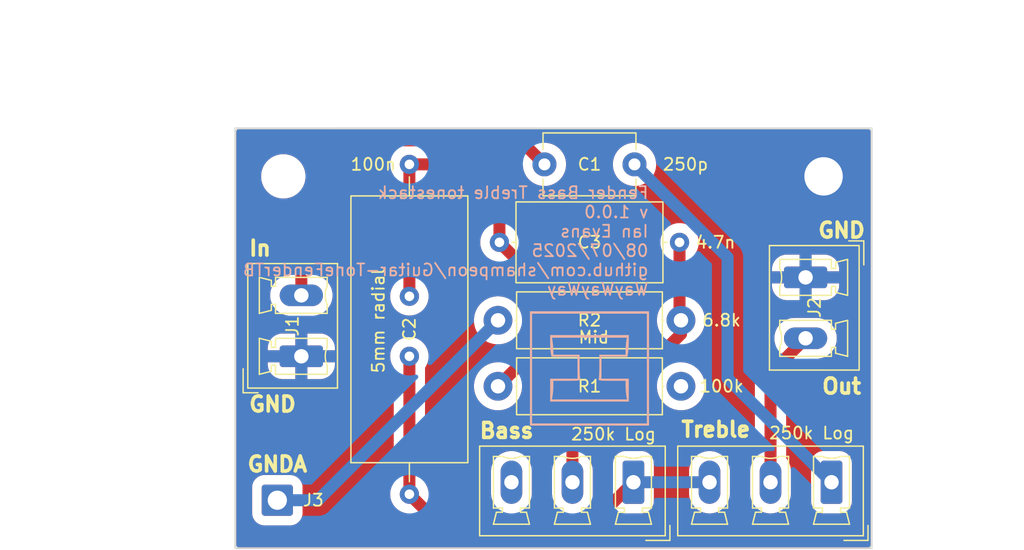
<source format=kicad_pcb>
(kicad_pcb (version 20241229) (generator "pcbnew") (generator_version "9.0")
  (layers (0 "F.Cu" signal) (2 "B.Cu" signal) (13 "F.Paste" user) (15 "B.Paste" user) (5 "F.SilkS" user "F.Silkscreen") (7 "B.SilkS" user "B.Silkscreen") (1 "F.Mask" user) (3 "B.Mask" user) (25 "Edge.Cuts" user))
  (net 0 "")
  (net 1 "Net-(C1-Pad1)")
  (net 2 "Net-(C1-Pad2)")
  (net 3 "GNDA")
  (net 4 "GND")
  (net 5 "Net-(J2-Pad2)")
  (net 6 "Net-(C2-Pad2)")
  (net 7 "Net-(C2-Pad1)")
  (net 8 "Net-(C3-Pad2)")
  (footprint "Connector_Phoenix_MC_HighVoltage:PhoenixContact_MCV_1,5_2-G-5.08_1x02_P5.08mm_Vertical" (layer "F.Cu") (at 165.5 116 90)
    (property "Reference" "J1" (at 2.5225 -0.7425 90) (layer "F.SilkS"))
    (property "Value" "Screw_Terminal_1x02")
    (fp_line (start -3.04 -4.85) (end -1.04 -4.85) (stroke (width 0.12)) (layer "F.SilkS"))
    (fp_line (start 7.73 -4.46) (end -2.65 -4.46) (stroke (width 0.12)) (layer "F.SilkS"))
    (fp_line (start -2.65 -4.46) (end -2.65 3.01) (stroke (width 0.12)) (layer "F.SilkS"))
    (fp_line (start -3.04 -3.6) (end -3.04 -4.85) (stroke (width 0.12)) (layer "F.SilkS"))
    (fp_line (start 6.58 -3.5) (end 6.33 -2.5) (stroke (width 0.12)) (layer "F.SilkS"))
    (fp_line (start 3.58 -3.5) (end 6.58 -3.5) (stroke (width 0.12)) (layer "F.SilkS"))
    (fp_line (start 1.5 -3.5) (end 1.25 -2.5) (stroke (width 0.12)) (layer "F.SilkS"))
    (fp_line (start -1.5 -3.5) (end 1.5 -3.5) (stroke (width 0.12)) (layer "F.SilkS"))
    (fp_line (start 6.33 -2.5) (end 5.83 -2.5) (stroke (width 0.12)) (layer "F.SilkS"))
    (fp_line (start 5.83 -2.5) (end 5.83 -2.15) (stroke (width 0.12)) (layer "F.SilkS"))
    (fp_line (start 4.33 -2.5) (end 3.83 -2.5) (stroke (width 0.12)) (layer "F.SilkS"))
    (fp_line (start 3.83 -2.5) (end 3.58 -3.5) (stroke (width 0.12)) (layer "F.SilkS"))
    (fp_line (start 1.25 -2.5) (end 0.75 -2.5) (stroke (width 0.12)) (layer "F.SilkS"))
    (fp_line (start 0.75 -2.5) (end 0.75 -2.15) (stroke (width 0.12)) (layer "F.SilkS"))
    (fp_line (start -0.75 -2.5) (end -1.25 -2.5) (stroke (width 0.12)) (layer "F.SilkS"))
    (fp_line (start -1.25 -2.5) (end -1.5 -3.5) (stroke (width 0.12)) (layer "F.SilkS"))
    (fp_line (start 6.58 -2.15) (end 6.58 2.15) (stroke (width 0.12)) (layer "F.SilkS"))
    (fp_line (start 5.83 -2.15) (end 6.58 -2.15) (stroke (width 0.12)) (layer "F.SilkS"))
    (fp_line (start 4.33 -2.15) (end 4.33 -2.5) (stroke (width 0.12)) (layer "F.SilkS"))
    (fp_line (start 3.58 -2.15) (end 4.33 -2.15) (stroke (width 0.12)) (layer "F.SilkS"))
    (fp_line (start 1.5 -2.15) (end 1.5 2.15) (stroke (width 0.12)) (layer "F.SilkS"))
    (fp_line (start 0.75 -2.15) (end 1.5 -2.15) (stroke (width 0.12)) (layer "F.SilkS"))
    (fp_line (start -0.75 -2.15) (end -0.75 -2.5) (stroke (width 0.12)) (layer "F.SilkS"))
    (fp_line (start -1.5 -2.15) (end -0.75 -2.15) (stroke (width 0.12)) (layer "F.SilkS"))
    (fp_line (start 6.58 2.15) (end 5.83 2.15) (stroke (width 0.12)) (layer "F.SilkS"))
    (fp_line (start 4.33 2.15) (end 3.58 2.15) (stroke (width 0.12)) (layer "F.SilkS"))
    (fp_line (start 3.58 2.15) (end 3.58 -2.15) (stroke (width 0.12)) (layer "F.SilkS"))
    (fp_line (start 1.5 2.15) (end 0.75 2.15) (stroke (width 0.12)) (layer "F.SilkS"))
    (fp_line (start -0.75 2.15) (end -1.5 2.15) (stroke (width 0.12)) (layer "F.SilkS"))
    (fp_line (start -1.5 2.15) (end -1.5 -2.15) (stroke (width 0.12)) (layer "F.SilkS"))
    (fp_line (start 7.73 3.01) (end 7.73 -4.46) (stroke (width 0.12)) (layer "F.SilkS"))
    (fp_line (start -2.65 3.01) (end 7.73 3.01) (stroke (width 0.12)) (layer "F.SilkS"))
    (fp_arc (start 4.33 2.15) (mid 5.079807 1.99191) (end 5.829647 2.149844) (stroke (width 0.12)) (layer "F.SilkS"))
    (fp_arc (start -0.75 2.15) (mid -0.000193 1.99191) (end 0.749647 2.149844) (stroke (width 0.12)) (layer "F.SilkS"))
    (pad "1" thru_hole roundrect (at 0 0 90) (size 1.8 3.6) (drill 1.2) (layers "*.Cu" "*.Mask") (roundrect_rratio 0.138889) (net 4 "GND"))
    (pad "2" thru_hole oval (at 5.08 0 90) (size 1.8 3.6) (drill 1.2) (layers "*.Cu" "*.Mask") (net 1 "Net-(C1-Pad1)"))
  )
  (footprint "Connector_Phoenix_MC_HighVoltage:PhoenixContact_MCV_1,5_2-G-5.08_1x02_P5.08mm_Vertical" (layer "F.Cu") (at 207.5 109.42 -90)
    (property "Reference" "J2" (at 2.5225 -0.7425 270) (layer "F.SilkS"))
    (property "Value" "Screw_Terminal_1x02")
    (fp_line (start -2.65 3.01) (end 7.73 3.01) (stroke (width 0.12)) (layer "F.SilkS"))
    (fp_line (start 7.73 3.01) (end 7.73 -4.46) (stroke (width 0.12)) (layer "F.SilkS"))
    (fp_line (start -1.5 2.15) (end -1.5 -2.15) (stroke (width 0.12)) (layer "F.SilkS"))
    (fp_line (start -0.75 2.15) (end -1.5 2.15) (stroke (width 0.12)) (layer "F.SilkS"))
    (fp_line (start 1.5 2.15) (end 0.75 2.15) (stroke (width 0.12)) (layer "F.SilkS"))
    (fp_line (start 3.58 2.15) (end 3.58 -2.15) (stroke (width 0.12)) (layer "F.SilkS"))
    (fp_line (start 4.33 2.15) (end 3.58 2.15) (stroke (width 0.12)) (layer "F.SilkS"))
    (fp_line (start 6.58 2.15) (end 5.83 2.15) (stroke (width 0.12)) (layer "F.SilkS"))
    (fp_line (start -1.5 -2.15) (end -0.75 -2.15) (stroke (width 0.12)) (layer "F.SilkS"))
    (fp_line (start -0.75 -2.15) (end -0.75 -2.5) (stroke (width 0.12)) (layer "F.SilkS"))
    (fp_line (start 0.75 -2.15) (end 1.5 -2.15) (stroke (width 0.12)) (layer "F.SilkS"))
    (fp_line (start 1.5 -2.15) (end 1.5 2.15) (stroke (width 0.12)) (layer "F.SilkS"))
    (fp_line (start 3.58 -2.15) (end 4.33 -2.15) (stroke (width 0.12)) (layer "F.SilkS"))
    (fp_line (start 4.33 -2.15) (end 4.33 -2.5) (stroke (width 0.12)) (layer "F.SilkS"))
    (fp_line (start 5.83 -2.15) (end 6.58 -2.15) (stroke (width 0.12)) (layer "F.SilkS"))
    (fp_line (start 6.58 -2.15) (end 6.58 2.15) (stroke (width 0.12)) (layer "F.SilkS"))
    (fp_line (start -1.25 -2.5) (end -1.5 -3.5) (stroke (width 0.12)) (layer "F.SilkS"))
    (fp_line (start -0.75 -2.5) (end -1.25 -2.5) (stroke (width 0.12)) (layer "F.SilkS"))
    (fp_line (start 0.75 -2.5) (end 0.75 -2.15) (stroke (width 0.12)) (layer "F.SilkS"))
    (fp_line (start 1.25 -2.5) (end 0.75 -2.5) (stroke (width 0.12)) (layer "F.SilkS"))
    (fp_line (start 3.83 -2.5) (end 3.58 -3.5) (stroke (width 0.12)) (layer "F.SilkS"))
    (fp_line (start 4.33 -2.5) (end 3.83 -2.5) (stroke (width 0.12)) (layer "F.SilkS"))
    (fp_line (start 5.83 -2.5) (end 5.83 -2.15) (stroke (width 0.12)) (layer "F.SilkS"))
    (fp_line (start 6.33 -2.5) (end 5.83 -2.5) (stroke (width 0.12)) (layer "F.SilkS"))
    (fp_line (start -1.5 -3.5) (end 1.5 -3.5) (stroke (width 0.12)) (layer "F.SilkS"))
    (fp_line (start 1.5 -3.5) (end 1.25 -2.5) (stroke (width 0.12)) (layer "F.SilkS"))
    (fp_line (start 3.58 -3.5) (end 6.58 -3.5) (stroke (width 0.12)) (layer "F.SilkS"))
    (fp_line (start 6.58 -3.5) (end 6.33 -2.5) (stroke (width 0.12)) (layer "F.SilkS"))
    (fp_line (start -3.04 -3.6) (end -3.04 -4.85) (stroke (width 0.12)) (layer "F.SilkS"))
    (fp_line (start -2.65 -4.46) (end -2.65 3.01) (stroke (width 0.12)) (layer "F.SilkS"))
    (fp_line (start 7.73 -4.46) (end -2.65 -4.46) (stroke (width 0.12)) (layer "F.SilkS"))
    (fp_line (start -3.04 -4.85) (end -1.04 -4.85) (stroke (width 0.12)) (layer "F.SilkS"))
    (fp_arc (start -0.75 2.15) (mid -0.000193 1.99191) (end 0.749647 2.149844) (stroke (width 0.12)) (layer "F.SilkS"))
    (fp_arc (start 4.33 2.15) (mid 5.079807 1.99191) (end 5.829647 2.149844) (stroke (width 0.12)) (layer "F.SilkS"))
    (pad "1" thru_hole roundrect (at 0 0 270) (size 1.8 3.6) (drill 1.2) (layers "*.Cu" "*.Mask") (roundrect_rratio 0.138889) (net 4 "GND"))
    (pad "2" thru_hole oval (at 5.08 0 270) (size 1.8 3.6) (drill 1.2) (layers "*.Cu" "*.Mask") (net 5 "Net-(J2-Pad2)"))
  )
  (footprint "Resistor_THT:R_Axial_DIN0414_L11.9mm_D4.5mm_P15.24mm_Horizontal" (layer "F.Cu") (at 197.12 118.5 180)
    (property "Reference" "R1" (at 7.62 0 0) (layer "F.SilkS"))
    (property "Value" "100k" (at -3.38 0 0) (layer "F.SilkS"))
    (fp_line (start 13.8 0) (end 13.69 0) (stroke (width 0.12)) (layer "F.SilkS"))
    (fp_line (start 1.44 0) (end 1.55 0) (stroke (width 0.12)) (layer "F.SilkS"))
    (fp_rect (start 1.55 -2.37) (end 13.69 2.37) (stroke (width 0.12)) (fill no) (layer "F.SilkS"))
    (pad "1" thru_hole circle (at 0 0 180) (size 2.4 2.4) (drill 1.2) (layers "*.Cu" "*.Mask"))
    (pad "2" thru_hole circle (at 15.24 0 180) (size 2.4 2.4) (drill 1.2) (layers "*.Cu" "*.Mask") (net 6 "Net-(C2-Pad2)"))
  )
  (footprint "Connector_Wire:SolderWire-0.75sqmm_1x01_D1.25mm_OD2.3mm" (layer "F.Cu") (at 163.5 128)
    (property "Reference" "J3" (at 3 0 0) (layer "F.SilkS"))
    (property "Value" "Screw_Terminal_1x01")
    (pad "1" thru_hole roundrect (at 0 0) (size 2.6 2.6) (drill 1.6) (layers "*.Cu" "*.Mask") (roundrect_rratio 0.096154) (net 3 "GNDA"))
  )
  (footprint "Capacitor_THT:C_Disc_D7.5mm_W5.0mm_P7.50mm" (layer "F.Cu") (at 185.75 100)
    (property "Reference" "C1" (at 3.75 0 0) (layer "F.SilkS"))
    (property "Value" "250p" (at 11.75 0 0) (layer "F.SilkS"))
    (fp_line (start -0.12 -2.62) (end 7.62 -2.62) (stroke (width 0.12)) (layer "F.SilkS"))
    (fp_line (start -0.12 -1.234) (end -0.12 -2.62) (stroke (width 0.12)) (layer "F.SilkS"))
    (fp_line (start -0.12 2.62) (end -0.12 1.234) (stroke (width 0.12)) (layer "F.SilkS"))
    (fp_line (start 7.62 -2.62) (end 7.62 -1.234) (stroke (width 0.12)) (layer "F.SilkS"))
    (fp_line (start 7.62 1.234) (end 7.62 2.62) (stroke (width 0.12)) (layer "F.SilkS"))
    (fp_line (start 7.62 2.62) (end -0.12 2.62) (stroke (width 0.12)) (layer "F.SilkS"))
    (pad "1" thru_hole circle (at 0 0) (size 2 2) (drill 1) (layers "*.Cu" "*.Mask") (net 1 "Net-(C1-Pad1)"))
    (pad "2" thru_hole circle (at 7.5 0) (size 2 2) (drill 1) (layers "*.Cu" "*.Mask") (net 2 "Net-(C1-Pad2)"))
  )
  (footprint "Capacitor_THT:C_Axial_L22.0mm_D9.5mm_P27.50mm_Horizontal" (layer "F.Cu") (at 174.5 127.5 90)
    (property "Reference" "C2" (at 13.75 0 90) (layer "F.SilkS"))
    (property "Value" "100n" (at 27.5 -3 180) (layer "F.SilkS"))
    (fp_line (start 26.46 0) (end 24.87 0) (stroke (width 0.12)) (layer "F.SilkS"))
    (fp_line (start 1.04 0) (end 2.63 0) (stroke (width 0.12)) (layer "F.SilkS"))
    (fp_rect (start 2.63 -4.87) (end 24.87 4.87) (stroke (width 0.12)) (fill no) (layer "F.SilkS"))
    (pad "1" thru_hole circle (at 0 0 90) (size 1.6 1.6) (drill 0.8) (layers "*.Cu" "*.Mask") (net 7 "Net-(C2-Pad1)"))
    (pad "2" thru_hole circle (at 27.5 0 90) (size 1.6 1.6) (drill 0.8) (layers "*.Cu" "*.Mask") (net 6 "Net-(C2-Pad2)"))
  )
  (footprint "Connector_Phoenix_MC_HighVoltage:PhoenixContact_MCV_1,5_3-G-5.08_1x03_P5.08mm_Vertical" (layer "F.Cu") (at 209.66 126.5 180)
    (property "Reference" "RV1" (hide yes))
    (property "Value" "250k Log" (at 1.66 4.1 0) (layer "F.SilkS"))
    (fp_line (start 12.81 3.01) (end 12.81 -4.46) (stroke (width 0.12)) (layer "F.SilkS"))
    (fp_line (start 12.81 -4.46) (end -2.65 -4.46) (stroke (width 0.12)) (layer "F.SilkS"))
    (fp_line (start 11.66 2.15) (end 10.91 2.15) (stroke (width 0.12)) (layer "F.SilkS"))
    (fp_line (start 11.66 -2.15) (end 11.66 2.15) (stroke (width 0.12)) (layer "F.SilkS"))
    (fp_line (start 11.66 -3.5) (end 11.41 -2.5) (stroke (width 0.12)) (layer "F.SilkS"))
    (fp_line (start 11.41 -2.5) (end 10.91 -2.5) (stroke (width 0.12)) (layer "F.SilkS"))
    (fp_line (start 10.91 -2.15) (end 11.66 -2.15) (stroke (width 0.12)) (layer "F.SilkS"))
    (fp_line (start 10.91 -2.5) (end 10.91 -2.15) (stroke (width 0.12)) (layer "F.SilkS"))
    (fp_line (start 9.41 2.15) (end 8.66 2.15) (stroke (width 0.12)) (layer "F.SilkS"))
    (fp_line (start 9.41 -2.15) (end 9.41 -2.5) (stroke (width 0.12)) (layer "F.SilkS"))
    (fp_line (start 9.41 -2.5) (end 8.91 -2.5) (stroke (width 0.12)) (layer "F.SilkS"))
    (fp_line (start 8.91 -2.5) (end 8.66 -3.5) (stroke (width 0.12)) (layer "F.SilkS"))
    (fp_line (start 8.66 2.15) (end 8.66 -2.15) (stroke (width 0.12)) (layer "F.SilkS"))
    (fp_line (start 8.66 -2.15) (end 9.41 -2.15) (stroke (width 0.12)) (layer "F.SilkS"))
    (fp_line (start 8.66 -3.5) (end 11.66 -3.5) (stroke (width 0.12)) (layer "F.SilkS"))
    (fp_line (start 6.58 2.15) (end 5.83 2.15) (stroke (width 0.12)) (layer "F.SilkS"))
    (fp_line (start 6.58 -2.15) (end 6.58 2.15) (stroke (width 0.12)) (layer "F.SilkS"))
    (fp_line (start 6.58 -3.5) (end 6.33 -2.5) (stroke (width 0.12)) (layer "F.SilkS"))
    (fp_line (start 6.33 -2.5) (end 5.83 -2.5) (stroke (width 0.12)) (layer "F.SilkS"))
    (fp_line (start 5.83 -2.15) (end 6.58 -2.15) (stroke (width 0.12)) (layer "F.SilkS"))
    (fp_line (start 5.83 -2.5) (end 5.83 -2.15) (stroke (width 0.12)) (layer "F.SilkS"))
    (fp_line (start 4.33 2.15) (end 3.58 2.15) (stroke (width 0.12)) (layer "F.SilkS"))
    (fp_line (start 4.33 -2.15) (end 4.33 -2.5) (stroke (width 0.12)) (layer "F.SilkS"))
    (fp_line (start 4.33 -2.5) (end 3.83 -2.5) (stroke (width 0.12)) (layer "F.SilkS"))
    (fp_line (start 3.83 -2.5) (end 3.58 -3.5) (stroke (width 0.12)) (layer "F.SilkS"))
    (fp_line (start 3.58 2.15) (end 3.58 -2.15) (stroke (width 0.12)) (layer "F.SilkS"))
    (fp_line (start 3.58 -2.15) (end 4.33 -2.15) (stroke (width 0.12)) (layer "F.SilkS"))
    (fp_line (start 3.58 -3.5) (end 6.58 -3.5) (stroke (width 0.12)) (layer "F.SilkS"))
    (fp_line (start 1.5 2.15) (end 0.75 2.15) (stroke (width 0.12)) (layer "F.SilkS"))
    (fp_line (start 1.5 -2.15) (end 1.5 2.15) (stroke (width 0.12)) (layer "F.SilkS"))
    (fp_line (start 1.5 -3.5) (end 1.25 -2.5) (stroke (width 0.12)) (layer "F.SilkS"))
    (fp_line (start 1.25 -2.5) (end 0.75 -2.5) (stroke (width 0.12)) (layer "F.SilkS"))
    (fp_line (start 0.75 -2.15) (end 1.5 -2.15) (stroke (width 0.12)) (layer "F.SilkS"))
    (fp_line (start 0.75 -2.5) (end 0.75 -2.15) (stroke (width 0.12)) (layer "F.SilkS"))
    (fp_line (start -0.75 2.15) (end -1.5 2.15) (stroke (width 0.12)) (layer "F.SilkS"))
    (fp_line (start -0.75 -2.15) (end -0.75 -2.5) (stroke (width 0.12)) (layer "F.SilkS"))
    (fp_line (start -0.75 -2.5) (end -1.25 -2.5) (stroke (width 0.12)) (layer "F.SilkS"))
    (fp_line (start -1.25 -2.5) (end -1.5 -3.5) (stroke (width 0.12)) (layer "F.SilkS"))
    (fp_line (start -1.5 2.15) (end -1.5 -2.15) (stroke (width 0.12)) (layer "F.SilkS"))
    (fp_line (start -1.5 -2.15) (end -0.75 -2.15) (stroke (width 0.12)) (layer "F.SilkS"))
    (fp_line (start -1.5 -3.5) (end 1.5 -3.5) (stroke (width 0.12)) (layer "F.SilkS"))
    (fp_line (start -2.65 3.01) (end 12.81 3.01) (stroke (width 0.12)) (layer "F.SilkS"))
    (fp_line (start -2.65 -4.46) (end -2.65 3.01) (stroke (width 0.12)) (layer "F.SilkS"))
    (fp_line (start -3.04 -3.6) (end -3.04 -4.85) (stroke (width 0.12)) (layer "F.SilkS"))
    (fp_line (start -3.04 -4.85) (end -1.04 -4.85) (stroke (width 0.12)) (layer "F.SilkS"))
    (fp_arc (start 9.41 2.15) (mid 10.159807 1.99191) (end 10.909647 2.149844) (stroke (width 0.12)) (layer "F.SilkS"))
    (fp_arc (start 4.33 2.15) (mid 5.079807 1.99191) (end 5.829647 2.149844) (stroke (width 0.12)) (layer "F.SilkS"))
    (fp_arc (start -0.75 2.15) (mid -0.000193 1.99191) (end 0.749647 2.149844) (stroke (width 0.12)) (layer "F.SilkS"))
    (pad "1" thru_hole roundrect (at 0 0 180) (size 1.8 3.6) (drill 1.2) (layers "*.Cu" "*.Mask") (roundrect_rratio 0.138889) (net 2 "Net-(C1-Pad2)"))
    (pad "2" thru_hole oval (at 5.08 0 180) (size 1.8 3.6) (drill 1.2) (layers "*.Cu" "*.Mask") (net 5 "Net-(J2-Pad2)"))
    (pad "3" thru_hole oval (at 10.16 0 180) (size 1.8 3.6) (drill 1.2) (layers "*.Cu" "*.Mask") (net 7 "Net-(C2-Pad1)"))
  )
  (footprint "LOGO" (layer "F.Cu") (at 189.5 117)
    (property "Reference" "G***" (hide yes))
    (property "Value" "LOGO" (hide yes))
    (fp_poly (pts (xy 4.961649 0.01266) (xy 4.961649 4.779563) (xy 0 4.779566) (xy -4.961649 4.779569) (xy -4.961649 0.022759) (xy -4.77957 0.022759) (xy -4.77957 4.59749) (xy 0 4.59749) (xy 4.77957 4.59749) (xy 4.77957 0.022759) (xy 4.77957 -4.551972) (xy 0 -4.551972) (xy -4.77957 -4.551972) (xy -4.77957 0.022759) (xy -4.961649 0.022759) (xy -4.961649 0.012666) (xy -4.961649 -4.754238) (xy 0 -4.75424) (xy 4.961649 -4.754243)) (fill yes) (layer "B.SilkS"))
    (fp_poly (pts (xy 3.276417 -2.207707) (xy 3.266448 -1.837004) (xy 3.241828 -1.483598) (xy 3.218986 -1.297312) (xy 3.162556 -0.955915) (xy 2.081995 -0.955915) (xy 1.001434 -0.955915) (xy 1.001434 -0.04552) (xy 1.001434 0.864874) (xy 2.139426 0.864874) (xy 3.277419 0.864874) (xy 3.277419 1.820788) (xy 3.277419 2.776702) (xy 0 2.776702) (xy -3.277419 2.776702) (xy -3.277419 2.594623) (xy -3.119164 2.594623) (xy 0 2.594623) (xy 3.119164 2.594623) (xy 3.062735 2.253225) (xy 3.02685 1.939582) (xy 3.006765 1.577508) (xy 3.005303 1.47939) (xy 3.004301 1.046953) (xy 1.856568 1.046953) (xy 1.380083 1.044558) (xy 1.05875 1.035012) (xy 0.865682 1.01477) (xy 0.773986 0.980286) (xy 0.756774 0.928018) (xy 0.764095 0.902948) (xy 0.787221 0.755096) (xy 0.805592 0.470969) (xy 0.816892 0.096353) (xy 0.819355 -0.189525) (xy 0.819355 -1.137993) (xy 1.911828 -1.137993) (xy 3.004301 -1.137993) (xy 3.005303 -1.524911) (xy 3.01933 -1.862352) (xy 3.052477 -2.187857) (xy 3.059041 -2.230467) (xy 3.111777 -2.549105) (xy -0.001036 -2.549105) (xy -3.11385 -2.549105) (xy -3.059076 -2.14948) (xy -3.023614 -1.81752) (xy -3.005082 -1.501091) (xy -3.004301 -1.443925) (xy -3.004301 -1.137993) (xy -1.911828 -1.137993) (xy -0.819355 -1.137993) (xy -0.819355 -0.189525) (xy -0.814252 0.220711) (xy -0.800487 0.571897) (xy -0.780377 0.818246) (xy -0.764095 0.902948) (xy -0.760193 0.962847) (xy -0.82063 1.003624) (xy -0.972295 1.028823) (xy -1.242078 1.041988) (xy -1.65687 1.046664) (xy -1.856568 1.046953) (xy -3.004301 1.046953) (xy -3.005303 1.47939) (xy -3.018713 1.829947) (xy -3.050898 2.172147) (xy -3.062735 2.253225) (xy -3.119164 2.594623) (xy -3.277419 2.594623) (xy -3.277419 1.820788) (xy -3.277419 0.864874) (xy -2.139427 0.864874) (xy -1.001434 0.864874) (xy -1.001434 -0.04552) (xy -1.001434 -0.955915) (xy -2.082527 -0.955915) (xy -3.16362 -0.955915) (xy -3.22052 -1.240413) (xy -3.250147 -1.480704) (xy -3.270727 -1.823734) (xy -3.277419 -2.150807) (xy -3.277419 -2.776703) (xy 0 -2.776703) (xy 3.277419 -2.776703)) (fill yes) (layer "B.SilkS"))
  )
  (footprint "Connector_Phoenix_MC_HighVoltage:PhoenixContact_MCV_1,5_3-G-5.08_1x03_P5.08mm_Vertical" (layer "F.Cu") (at 193.16 126.5 180)
    (property "Reference" "RV2" (hide yes))
    (property "Value" "250k Log" (at 1.66 4 0) (layer "F.SilkS"))
    (fp_line (start 12.81 3.01) (end 12.81 -4.46) (stroke (width 0.12)) (layer "F.SilkS"))
    (fp_line (start 12.81 -4.46) (end -2.65 -4.46) (stroke (width 0.12)) (layer "F.SilkS"))
    (fp_line (start 11.66 2.15) (end 10.91 2.15) (stroke (width 0.12)) (layer "F.SilkS"))
    (fp_line (start 11.66 -2.15) (end 11.66 2.15) (stroke (width 0.12)) (layer "F.SilkS"))
    (fp_line (start 11.66 -3.5) (end 11.41 -2.5) (stroke (width 0.12)) (layer "F.SilkS"))
    (fp_line (start 11.41 -2.5) (end 10.91 -2.5) (stroke (width 0.12)) (layer "F.SilkS"))
    (fp_line (start 10.91 -2.15) (end 11.66 -2.15) (stroke (width 0.12)) (layer "F.SilkS"))
    (fp_line (start 10.91 -2.5) (end 10.91 -2.15) (stroke (width 0.12)) (layer "F.SilkS"))
    (fp_line (start 9.41 2.15) (end 8.66 2.15) (stroke (width 0.12)) (layer "F.SilkS"))
    (fp_line (start 9.41 -2.15) (end 9.41 -2.5) (stroke (width 0.12)) (layer "F.SilkS"))
    (fp_line (start 9.41 -2.5) (end 8.91 -2.5) (stroke (width 0.12)) (layer "F.SilkS"))
    (fp_line (start 8.91 -2.5) (end 8.66 -3.5) (stroke (width 0.12)) (layer "F.SilkS"))
    (fp_line (start 8.66 2.15) (end 8.66 -2.15) (stroke (width 0.12)) (layer "F.SilkS"))
    (fp_line (start 8.66 -2.15) (end 9.41 -2.15) (stroke (width 0.12)) (layer "F.SilkS"))
    (fp_line (start 8.66 -3.5) (end 11.66 -3.5) (stroke (width 0.12)) (layer "F.SilkS"))
    (fp_line (start 6.58 2.15) (end 5.83 2.15) (stroke (width 0.12)) (layer "F.SilkS"))
    (fp_line (start 6.58 -2.15) (end 6.58 2.15) (stroke (width 0.12)) (layer "F.SilkS"))
    (fp_line (start 6.58 -3.5) (end 6.33 -2.5) (stroke (width 0.12)) (layer "F.SilkS"))
    (fp_line (start 6.33 -2.5) (end 5.83 -2.5) (stroke (width 0.12)) (layer "F.SilkS"))
    (fp_line (start 5.83 -2.15) (end 6.58 -2.15) (stroke (width 0.12)) (layer "F.SilkS"))
    (fp_line (start 5.83 -2.5) (end 5.83 -2.15) (stroke (width 0.12)) (layer "F.SilkS"))
    (fp_line (start 4.33 2.15) (end 3.58 2.15) (stroke (width 0.12)) (layer "F.SilkS"))
    (fp_line (start 4.33 -2.15) (end 4.33 -2.5) (stroke (width 0.12)) (layer "F.SilkS"))
    (fp_line (start 4.33 -2.5) (end 3.83 -2.5) (stroke (width 0.12)) (layer "F.SilkS"))
    (fp_line (start 3.83 -2.5) (end 3.58 -3.5) (stroke (width 0.12)) (layer "F.SilkS"))
    (fp_line (start 3.58 2.15) (end 3.58 -2.15) (stroke (width 0.12)) (layer "F.SilkS"))
    (fp_line (start 3.58 -2.15) (end 4.33 -2.15) (stroke (width 0.12)) (layer "F.SilkS"))
    (fp_line (start 3.58 -3.5) (end 6.58 -3.5) (stroke (width 0.12)) (layer "F.SilkS"))
    (fp_line (start 1.5 2.15) (end 0.75 2.15) (stroke (width 0.12)) (layer "F.SilkS"))
    (fp_line (start 1.5 -2.15) (end 1.5 2.15) (stroke (width 0.12)) (layer "F.SilkS"))
    (fp_line (start 1.5 -3.5) (end 1.25 -2.5) (stroke (width 0.12)) (layer "F.SilkS"))
    (fp_line (start 1.25 -2.5) (end 0.75 -2.5) (stroke (width 0.12)) (layer "F.SilkS"))
    (fp_line (start 0.75 -2.15) (end 1.5 -2.15) (stroke (width 0.12)) (layer "F.SilkS"))
    (fp_line (start 0.75 -2.5) (end 0.75 -2.15) (stroke (width 0.12)) (layer "F.SilkS"))
    (fp_line (start -0.75 2.15) (end -1.5 2.15) (stroke (width 0.12)) (layer "F.SilkS"))
    (fp_line (start -0.75 -2.15) (end -0.75 -2.5) (stroke (width 0.12)) (layer "F.SilkS"))
    (fp_line (start -0.75 -2.5) (end -1.25 -2.5) (stroke (width 0.12)) (layer "F.SilkS"))
    (fp_line (start -1.25 -2.5) (end -1.5 -3.5) (stroke (width 0.12)) (layer "F.SilkS"))
    (fp_line (start -1.5 2.15) (end -1.5 -2.15) (stroke (width 0.12)) (layer "F.SilkS"))
    (fp_line (start -1.5 -2.15) (end -0.75 -2.15) (stroke (width 0.12)) (layer "F.SilkS"))
    (fp_line (start -1.5 -3.5) (end 1.5 -3.5) (stroke (width 0.12)) (layer "F.SilkS"))
    (fp_line (start -2.65 3.01) (end 12.81 3.01) (stroke (width 0.12)) (layer "F.SilkS"))
    (fp_line (start -2.65 -4.46) (end -2.65 3.01) (stroke (width 0.12)) (layer "F.SilkS"))
    (fp_line (start -3.04 -3.6) (end -3.04 -4.85) (stroke (width 0.12)) (layer "F.SilkS"))
    (fp_line (start -3.04 -4.85) (end -1.04 -4.85) (stroke (width 0.12)) (layer "F.SilkS"))
    (fp_arc (start 9.41 2.15) (mid 10.159807 1.99191) (end 10.909647 2.149844) (stroke (width 0.12)) (layer "F.SilkS"))
    (fp_arc (start 4.33 2.15) (mid 5.079807 1.99191) (end 5.829647 2.149844) (stroke (width 0.12)) (layer "F.SilkS"))
    (fp_arc (start -0.75 2.15) (mid -0.000193 1.99191) (end 0.749647 2.149844) (stroke (width 0.12)) (layer "F.SilkS"))
    (pad "1" thru_hole roundrect (at 0 0 180) (size 1.8 3.6) (drill 1.2) (layers "*.Cu" "*.Mask") (roundrect_rratio 0.138889) (net 7 "Net-(C2-Pad1)"))
    (pad "2" thru_hole oval (at 5.08 0 180) (size 1.8 3.6) (drill 1.2) (layers "*.Cu" "*.Mask") (net 8 "Net-(C3-Pad2)"))
    (pad "3" thru_hole oval (at 10.16 0 180) (size 1.8 3.6) (drill 1.2) (layers "*.Cu" "*.Mask"))
  )
  (footprint "Resistor_THT:R_Axial_DIN0414_L11.9mm_D4.5mm_P15.24mm_Horizontal" (layer "F.Cu") (at 197.12 113 180)
    (property "Reference" "R2" (at 7.62 0 0) (layer "F.SilkS"))
    (property "Value" "6.8k" (at -3.38 0 0) (layer "F.SilkS"))
    (fp_line (start 13.8 0) (end 13.69 0) (stroke (width 0.12)) (layer "F.SilkS"))
    (fp_line (start 1.44 0) (end 1.55 0) (stroke (width 0.12)) (layer "F.SilkS"))
    (fp_rect (start 1.55 -2.37) (end 13.69 2.37) (stroke (width 0.12)) (fill no) (layer "F.SilkS"))
    (pad "1" thru_hole circle (at 0 0 180) (size 2.4 2.4) (drill 1.2) (layers "*.Cu" "*.Mask") (net 8 "Net-(C3-Pad2)"))
    (pad "2" thru_hole circle (at 15.24 0 180) (size 2.4 2.4) (drill 1.2) (layers "*.Cu" "*.Mask") (net 3 "GNDA"))
  )
  (footprint "" (layer "F.Cu") (at 174.5 116)
    (property "Reference" "" (at 0 0 0) (layer "F.SilkS") (effects (font (size 1.27 1.27))))
    (property "Value" "")
    (pad "1" thru_hole circle (at 0 0 90) (size 1.6 1.6) (drill 0.8) (layers "*.Cu" "*.Mask") (net 7 "Net-(C2-Pad1)"))
  )
  (footprint "MountingHole:MountingHole_3.2mm_M3_Pad" (layer "F.Cu") (at 209 101)
    (property "Reference" "H2" (hide yes))
    (property "Value" "MountingHole_Pad")
    (pad "1" thru_hole circle (at 0 0) (size 6.4 6.4) (drill 3.2) (layers "*.Cu" "*.Mask") (net 4 "GND"))
  )
  (footprint "" (layer "F.Cu") (at 174.5 111)
    (property "Reference" "" (at 0 0 0) (layer "F.SilkS") (effects (font (size 1.27 1.27))))
    (property "Value" "")
    (pad "2" thru_hole circle (at 0 0 90) (size 1.6 1.6) (drill 0.8) (layers "*.Cu" "*.Mask") (net 6 "Net-(C2-Pad2)"))
  )
  (footprint "Capacitor_THT:C_Axial_L12.0mm_D6.5mm_P15.00mm_Horizontal" (layer "F.Cu") (at 182 106.5)
    (property "Reference" "C3" (at 7.5 0 0) (layer "F.SilkS"))
    (property "Value" "4.7n" (at 18 0 0) (layer "F.SilkS"))
    (fp_line (start 1.04 0) (end 1.38 0) (stroke (width 0.12)) (layer "F.SilkS"))
    (fp_line (start 13.96 0) (end 13.62 0) (stroke (width 0.12)) (layer "F.SilkS"))
    (fp_rect (start 1.38 -3.37) (end 13.62 3.37) (stroke (width 0.12)) (fill no) (layer "F.SilkS"))
    (pad "1" thru_hole circle (at 0 0) (size 1.6 1.6) (drill 0.8) (layers "*.Cu" "*.Mask") (net 6 "Net-(C2-Pad2)"))
    (pad "2" thru_hole circle (at 15 0) (size 1.6 1.6) (drill 0.8) (layers "*.Cu" "*.Mask") (net 8 "Net-(C3-Pad2)"))
  )
  (footprint "MountingHole:MountingHole_3.2mm_M3" (layer "F.Cu") (at 164 101)
    (property "Reference" "H1" (hide yes))
    (property "Value" "MountingHole")
    (pad "" np_thru_hole circle (at 0 0) (size 3.2 3.2) (drill 3.2) (layers "*.Cu" "*.Mask"))
  )
  (gr_line (start 160 132) (end 213 132) (stroke (width 0.15)) (layer "Edge.Cuts"))
  (gr_line (start 213 97) (end 213 132) (stroke (width 0.15)) (layer "Edge.Cuts"))
  (gr_line (start 160 132) (end 160 97) (stroke (width 0.15)) (layer "Edge.Cuts"))
  (gr_line (start 213 97) (end 160 97) (stroke (width 0.15)) (layer "Edge.Cuts"))
  (gr_text "Out" (at 210.5 118.5 0) (layer "F.SilkS") (effects (font (size 1.25 1.25) (thickness 0.3))))
  (gr_text "Mid" (at 188.5 115 0) (layer "F.SilkS") (effects (font (size 1 1)) (justify left bottom)))
  (gr_text "GNDA" (at 163.5 125 0) (layer "F.SilkS") (effects (font (size 1.25 1.25) (thickness 0.3))))
  (gr_text "Bass" (at 185 122.2 0) (layer "F.SilkS") (effects (font (size 1.25 1.25) (thickness 0.3)) (justify right)))
  (gr_text "GND" (at 161 120 0) (layer "F.SilkS") (effects (font (size 1.25 1.25) (thickness 0.3)) (justify left)))
  (gr_text "GND" (at 210.5 105.5 0) (layer "F.SilkS") (effects (font (size 1.25 1.25) (thickness 0.3))))
  (gr_text "In" (at 161 107 0) (layer "F.SilkS") (effects (font (size 1.25 1.25) (thickness 0.3)) (justify left)))
  (gr_text "5mm radial" (at 172.5 117.5 90) (layer "F.SilkS") (effects (font (size 1 1)) (justify left bottom)))
  (gr_text "Treble" (at 197 122.1 0) (layer "F.SilkS") (effects (font (size 1.25 1.25) (thickness 0.3)) (justify left)))
  (gr_text "Fender Bass Treble tonestack\nv 1.0.0\nIan Evans\n08/07/2025\ngithub.com/shampeon/Guitar-ToneFenderTB\nWayWayWay" (at 194.5 111 0) (layer "B.SilkS") (effects (font (size 1 1)) (justify left bottom mirror)))
  (segment (start 168.5 99) (end 169.5 98) (width 1) (layer "F.Cu") (net 1))
  (segment (start 168.5 102.5) (end 168.5 99) (width 1) (layer "F.Cu") (net 1))
  (segment (start 165.5 110.92) (end 165.5 105.5) (width 1) (layer "F.Cu") (net 1))
  (segment (start 169.5 98) (end 183.75 98) (width 1) (layer "F.Cu") (net 1))
  (segment (start 165.5 105.5) (end 168.5 102.5) (width 1) (layer "F.Cu") (net 1))
  (segment (start 183.75 98) (end 185.75 100) (width 1) (layer "F.Cu") (net 1))
  (segment (start 193.25 100) (end 201 107.75) (width 1) (layer "B.Cu") (net 2))
  (segment (start 201 117.84) (end 209.66 126.5) (width 1) (layer "B.Cu") (net 2))
  (segment (start 201 107.75) (end 201 117.84) (width 1) (layer "B.Cu") (net 2))
  (segment (start 166.88 128) (end 181.88 113) (width 1) (layer "B.Cu") (net 3))
  (segment (start 163.5 128) (end 166.88 128) (width 1) (layer "B.Cu") (net 3))
  (segment (start 204.58 117.42) (end 207.5 114.5) (width 1) (layer "F.Cu") (net 5))
  (segment (start 204.58 126.5) (end 204.58 117.42) (width 1) (layer "F.Cu") (net 5))
  (segment (start 185.5 110) (end 182 106.5) (width 1) (layer "F.Cu") (net 6))
  (segment (start 178.5 100) (end 182 103.5) (width 1) (layer "F.Cu") (net 6))
  (segment (start 185.5 114.88) (end 185.5 110) (width 1) (layer "F.Cu") (net 6))
  (segment (start 174.5 100) (end 178.5 100) (width 1) (layer "F.Cu") (net 6))
  (segment (start 182 103.5) (end 182 106.5) (width 1) (layer "F.Cu") (net 6))
  (segment (start 181.88 118.5) (end 185.5 114.88) (width 1) (layer "F.Cu") (net 6))
  (segment (start 174.5 111) (end 174.5 100) (width 1) (layer "F.Cu") (net 6))
  (segment (start 174.5 116) (end 174.5 127.5) (width 1) (layer "F.Cu") (net 7))
  (segment (start 177 130) (end 189.66 130) (width 1) (layer "F.Cu") (net 7))
  (segment (start 174.5 127.5) (end 177 130) (width 1) (layer "F.Cu") (net 7))
  (segment (start 189.66 130) (end 193.16 126.5) (width 1) (layer "F.Cu") (net 7))
  (segment (start 193 126.5) (end 199.34 126.5) (width 1) (layer "B.Cu") (net 7))
  (segment (start 188.08 123.184534) (end 197.12 114.144534) (width 1) (layer "F.Cu") (net 8))
  (segment (start 197 112.88) (end 197.12 113) (width 1) (layer "F.Cu") (net 8))
  (segment (start 197.12 114.144534) (end 197.12 113) (width 1) (layer "F.Cu") (net 8))
  (segment (start 197 106.5) (end 197 112.88) (width 1) (layer "F.Cu") (net 8))
  (segment (start 188.08 126.5) (end 188.08 123.184534) (width 1) (layer "F.Cu") (net 8))
  (zone (net 4) (net_name "GND") (layer "F.Cu") (connect_pads (clearance 0.8)) (min_thickness 0.4) (fill yes (thermal_gap 1) (thermal_bridge_width 1))
    (polygon (pts (xy 213 132) (xy 160 132) (xy 160 97) (xy 213 97)))
  )
  (zone (net 4) (net_name "GND") (layer "B.Cu") (connect_pads (clearance 0.8)) (min_thickness 0.4) (fill yes (thermal_gap 1) (thermal_bridge_width 1))
    (polygon (pts (xy 213 132) (xy 160 132) (xy 160 97) (xy 213 97)))
  )
)
</source>
